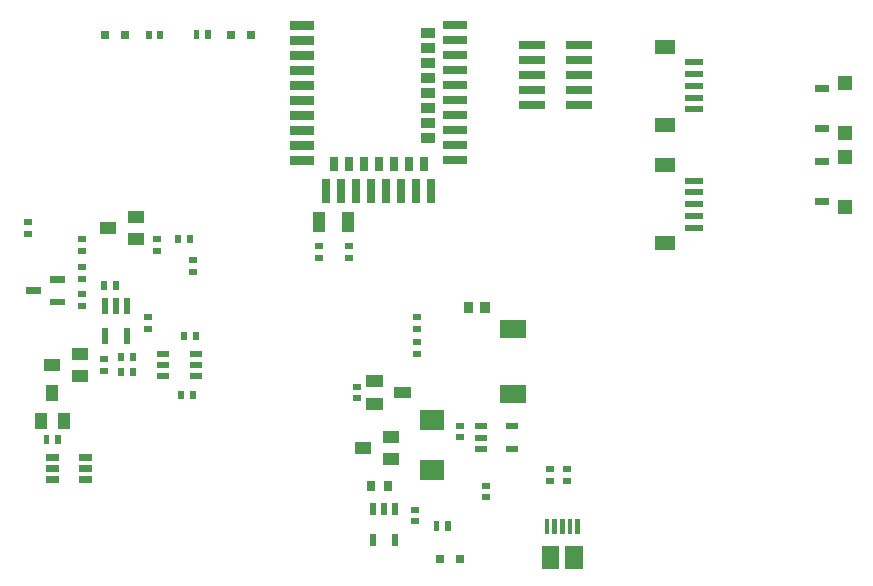
<source format=gtp>
G04 Layer: TopPasteMaskLayer*
G04 EasyEDA v6.4.19.5, 2021-05-22T15:38:53+02:00*
G04 3629cfa7d52e4947b918c6b19203bcd8,b771c775d4444e86a06a5321f8c966cb,10*
G04 Gerber Generator version 0.2*
G04 Scale: 100 percent, Rotated: No, Reflected: No *
G04 Dimensions in inches *
G04 leading zeros omitted , absolute positions ,3 integer and 6 decimal *
%FSLAX36Y36*%
%MOIN*%

%ADD21R,0.0610X0.0236*%
%ADD23R,0.0512X0.0472*%
%ADD24R,0.0315X0.0315*%
%ADD25R,0.0551X0.0394*%
%ADD26R,0.0394X0.0551*%
%ADD27R,0.0217X0.0394*%
%ADD28R,0.0394X0.0217*%
%ADD31R,0.0906X0.0295*%
%ADD32R,0.0315X0.0197*%
%ADD33R,0.0394X0.0709*%
%ADD34R,0.0787X0.0709*%
%ADD35R,0.0866X0.0591*%
%ADD36R,0.0220X0.0520*%
%ADD37R,0.0197X0.0315*%
%ADD38R,0.0709X0.0472*%
%ADD39R,0.0433X0.0236*%
%ADD40R,0.0315X0.0354*%
%ADD41R,0.0315X0.0472*%
%ADD43R,0.0787X0.0315*%
%ADD44R,0.0315X0.0787*%

%LPD*%
D21*
G01*
X2629729Y-735630D03*
G36*
X3031992Y-621260D02*
G01*
X3079236Y-621260D01*
X3079236Y-644881D01*
X3031992Y-644881D01*
G37*
G36*
X3031992Y-755118D02*
G01*
X3079236Y-755118D01*
X3079236Y-778739D01*
X3031992Y-778739D01*
G37*
D23*
G01*
X3132380Y-617319D03*
G01*
X3132380Y-782680D03*
G36*
X3031992Y-376260D02*
G01*
X3079236Y-376260D01*
X3079236Y-399881D01*
X3031992Y-399881D01*
G37*
G36*
X3031992Y-510118D02*
G01*
X3079236Y-510118D01*
X3079236Y-533739D01*
X3031992Y-533739D01*
G37*
G01*
X3132380Y-372319D03*
G01*
X3132380Y-537680D03*
D24*
G01*
X1848500Y-1957750D03*
G01*
X1781499Y-1957750D03*
G01*
X1153500Y-210000D03*
G01*
X1086499Y-210000D03*
G01*
X666500Y-210000D03*
G01*
X733499Y-210000D03*
D25*
G01*
X1619239Y-1550349D03*
G01*
X1524750Y-1587750D03*
G01*
X1619239Y-1625149D03*
G36*
X1535196Y-1420471D02*
G01*
X1590315Y-1420471D01*
X1590315Y-1459841D01*
X1535196Y-1459841D01*
G37*
G36*
X1629687Y-1383072D02*
G01*
X1684804Y-1383072D01*
X1684804Y-1422441D01*
X1629687Y-1422441D01*
G37*
G36*
X1535196Y-1345671D02*
G01*
X1590315Y-1345671D01*
X1590315Y-1385041D01*
X1535196Y-1385041D01*
G37*
G01*
X769600Y-817600D03*
G01*
X675109Y-855000D03*
G01*
X769600Y-892399D03*
D26*
G01*
X527399Y-1497240D03*
G01*
X490000Y-1402750D03*
G01*
X452600Y-1497240D03*
D25*
G01*
X582240Y-1272600D03*
G01*
X487750Y-1310000D03*
G01*
X582240Y-1347399D03*
D27*
G01*
X1632399Y-1893939D03*
G01*
X1557600Y-1893939D03*
G01*
X1557600Y-1791570D03*
G01*
X1595000Y-1791570D03*
G01*
X1632399Y-1791570D03*
D28*
G01*
X2021180Y-1515360D03*
G01*
X2021180Y-1590160D03*
G01*
X1918819Y-1590160D03*
G01*
X1918819Y-1552750D03*
G01*
X1918819Y-1515360D03*
G36*
X2121100Y-1915344D02*
G01*
X2180156Y-1915344D01*
X2180156Y-1990147D01*
X2121100Y-1990147D01*
G37*
G36*
X2233299Y-1824400D02*
G01*
X2249099Y-1824400D01*
X2249099Y-1875599D01*
X2233299Y-1875599D01*
G37*
G36*
X2207700Y-1824400D02*
G01*
X2223500Y-1824400D01*
X2223500Y-1875599D01*
X2207700Y-1875599D01*
G37*
G36*
X2182129Y-1824409D02*
G01*
X2197870Y-1824409D01*
X2197870Y-1875590D01*
X2182129Y-1875590D01*
G37*
G36*
X2156499Y-1824400D02*
G01*
X2172299Y-1824400D01*
X2172299Y-1875599D01*
X2156499Y-1875599D01*
G37*
G36*
X2131000Y-1824400D02*
G01*
X2146700Y-1824400D01*
X2146700Y-1875599D01*
X2131000Y-1875599D01*
G37*
G36*
X2199843Y-1915353D02*
G01*
X2258897Y-1915353D01*
X2258897Y-1990156D01*
X2199843Y-1990156D01*
G37*
D31*
G01*
X2245039Y-445000D03*
G01*
X2087579Y-445000D03*
G01*
X2245039Y-395000D03*
G01*
X2087579Y-395000D03*
G01*
X2245039Y-345000D03*
G01*
X2087579Y-345000D03*
G01*
X2245039Y-295000D03*
G01*
X2087579Y-295000D03*
G01*
X2245039Y-245000D03*
G01*
X2087579Y-245000D03*
D32*
G01*
X2205000Y-1658069D03*
G01*
X2205000Y-1697440D03*
G01*
X2150000Y-1658069D03*
G01*
X2150000Y-1697440D03*
D33*
G01*
X1377790Y-835000D03*
G01*
X1476210Y-835000D03*
D32*
G01*
X1935000Y-1713069D03*
G01*
X1935000Y-1752440D03*
G01*
X1705000Y-1150309D03*
G01*
X1705000Y-1189679D03*
G01*
X1705000Y-1235309D03*
G01*
X1705000Y-1274679D03*
G01*
X1505209Y-1422440D03*
G01*
X1505209Y-1383069D03*
D34*
G01*
X1755000Y-1660439D03*
G01*
X1755000Y-1495070D03*
D32*
G01*
X1850000Y-1552440D03*
G01*
X1850000Y-1513069D03*
D35*
G01*
X2025000Y-1408270D03*
G01*
X2025000Y-1191729D03*
D32*
G01*
X1700000Y-1832440D03*
G01*
X1700000Y-1793069D03*
G01*
X1476999Y-954679D03*
G01*
X1476999Y-915309D03*
G01*
X1376999Y-954679D03*
G01*
X1376999Y-915309D03*
D36*
G01*
X738760Y-1113499D03*
G01*
X701359Y-1113499D03*
G01*
X663960Y-1113499D03*
G01*
X663960Y-1215500D03*
G01*
X738760Y-1215500D03*
D32*
G01*
X587359Y-929690D03*
G01*
X587359Y-890320D03*
G01*
X587359Y-1024690D03*
G01*
X587359Y-985320D03*
G01*
X587359Y-1114690D03*
G01*
X587359Y-1075320D03*
G36*
X481359Y-1111399D02*
G01*
X481359Y-1089400D01*
X532359Y-1089400D01*
X532359Y-1111399D01*
G37*
G36*
X481359Y-1036599D02*
G01*
X481359Y-1014600D01*
X532359Y-1014600D01*
X532359Y-1036599D01*
G37*
G36*
X400359Y-1074000D02*
G01*
X400359Y-1051999D01*
X451359Y-1051999D01*
X451359Y-1074000D01*
G37*
D37*
G01*
X717669Y-1285000D03*
G01*
X757040Y-1285000D03*
G01*
X957039Y-1410000D03*
G01*
X917669Y-1410000D03*
D32*
G01*
X410000Y-835309D03*
G01*
X410000Y-874679D03*
G36*
X499843Y-1544252D02*
G01*
X519528Y-1544252D01*
X519528Y-1575747D01*
X499843Y-1575747D01*
G37*
G36*
X460473Y-1544252D02*
G01*
X480158Y-1544252D01*
X480158Y-1575747D01*
X460473Y-1575747D01*
G37*
G01*
X837359Y-890309D03*
G01*
X837359Y-929679D03*
G01*
X662359Y-1329690D03*
G01*
X662359Y-1290320D03*
D37*
G01*
X927669Y-1215000D03*
G01*
X967039Y-1215000D03*
D32*
G01*
X807359Y-1150320D03*
G01*
X807359Y-1189690D03*
G36*
X999843Y-194252D02*
G01*
X1019528Y-194252D01*
X1019528Y-225747D01*
X999843Y-225747D01*
G37*
G36*
X960473Y-194252D02*
G01*
X980158Y-194252D01*
X980158Y-225747D01*
X960473Y-225747D01*
G37*
D37*
G01*
X810309Y-210000D03*
G01*
X849679Y-210000D03*
D32*
G01*
X957359Y-999690D03*
G01*
X957359Y-960320D03*
D37*
G01*
X717669Y-1335000D03*
G01*
X757040Y-1335000D03*
G01*
X907669Y-890000D03*
G01*
X947039Y-890000D03*
D38*
G01*
X2530320Y-250079D03*
G01*
X2530320Y-509920D03*
D21*
G01*
X2629729Y-458739D03*
G01*
X2629729Y-419369D03*
G01*
X2629729Y-380000D03*
G01*
X2629729Y-340630D03*
G01*
X2629729Y-301260D03*
G36*
X652836Y-1029254D02*
G01*
X672521Y-1029254D01*
X672521Y-1060751D01*
X652836Y-1060751D01*
G37*
G36*
X692206Y-1029254D02*
G01*
X711891Y-1029254D01*
X711891Y-1060751D01*
X692206Y-1060751D01*
G37*
D39*
G01*
X967479Y-1346999D03*
G01*
X967479Y-1310000D03*
G01*
X967479Y-1273000D03*
G01*
X857240Y-1273000D03*
G01*
X857240Y-1310000D03*
G01*
X857240Y-1346999D03*
G36*
X468227Y-1606188D02*
G01*
X511534Y-1606188D01*
X511534Y-1629810D01*
X468227Y-1629810D01*
G37*
G36*
X468227Y-1643189D02*
G01*
X511534Y-1643189D01*
X511534Y-1666810D01*
X468227Y-1666810D01*
G37*
G36*
X468227Y-1680189D02*
G01*
X511534Y-1680189D01*
X511534Y-1703811D01*
X468227Y-1703811D01*
G37*
G36*
X578465Y-1680189D02*
G01*
X621772Y-1680189D01*
X621772Y-1703811D01*
X578465Y-1703811D01*
G37*
G36*
X578465Y-1643189D02*
G01*
X621772Y-1643189D01*
X621772Y-1666810D01*
X578465Y-1666810D01*
G37*
G36*
X578465Y-1606188D02*
G01*
X621772Y-1606188D01*
X621772Y-1629810D01*
X578465Y-1629810D01*
G37*
G36*
X1799843Y-1832006D02*
G01*
X1819528Y-1832006D01*
X1819528Y-1863503D01*
X1799843Y-1863503D01*
G37*
G36*
X1760473Y-1832006D02*
G01*
X1780158Y-1832006D01*
X1780158Y-1863503D01*
X1760473Y-1863503D01*
G37*
D40*
G01*
X1607560Y-1712750D03*
G01*
X1552439Y-1712750D03*
G36*
X1861692Y-1102283D02*
G01*
X1893189Y-1102283D01*
X1893189Y-1137716D01*
X1861692Y-1137716D01*
G37*
G36*
X1916810Y-1102283D02*
G01*
X1948307Y-1102283D01*
X1948307Y-1137716D01*
X1916810Y-1137716D01*
G37*
D41*
G01*
X1677020Y-640630D03*
G01*
X1627020Y-640630D03*
G01*
X1577020Y-640630D03*
G01*
X1527020Y-640630D03*
G01*
X1477020Y-640630D03*
G01*
X1427020Y-640630D03*
G01*
X1727010Y-640630D03*
G36*
X1718734Y-438069D02*
G01*
X1765974Y-438069D01*
X1765974Y-469570D01*
X1718734Y-469570D01*
G37*
G36*
X1718734Y-388069D02*
G01*
X1765974Y-388069D01*
X1765974Y-419570D01*
X1718734Y-419570D01*
G37*
G36*
X1718734Y-338069D02*
G01*
X1765974Y-338069D01*
X1765974Y-369570D01*
X1718734Y-369570D01*
G37*
G36*
X1718734Y-288069D02*
G01*
X1765974Y-288069D01*
X1765974Y-319570D01*
X1718734Y-319570D01*
G37*
G36*
X1718734Y-238069D02*
G01*
X1765974Y-238069D01*
X1765974Y-269570D01*
X1718734Y-269570D01*
G37*
G36*
X1718734Y-188069D02*
G01*
X1765974Y-188069D01*
X1765974Y-219569D01*
X1718734Y-219569D01*
G37*
G36*
X1718734Y-488069D02*
G01*
X1765974Y-488069D01*
X1765974Y-519570D01*
X1718734Y-519570D01*
G37*
G36*
X1718734Y-538069D02*
G01*
X1765974Y-538069D01*
X1765974Y-569570D01*
X1718734Y-569570D01*
G37*
G36*
X1281715Y-563069D02*
G01*
X1360455Y-563069D01*
X1360455Y-594569D01*
X1281715Y-594569D01*
G37*
G36*
X1281724Y-613069D02*
G01*
X1360465Y-613069D01*
X1360465Y-644570D01*
X1281724Y-644570D01*
G37*
G36*
X1281724Y-513069D02*
G01*
X1360465Y-513069D01*
X1360465Y-544570D01*
X1281724Y-544570D01*
G37*
G36*
X1281724Y-463069D02*
G01*
X1360465Y-463069D01*
X1360465Y-494570D01*
X1281724Y-494570D01*
G37*
G36*
X1281724Y-413069D02*
G01*
X1360465Y-413069D01*
X1360465Y-444570D01*
X1281724Y-444570D01*
G37*
G36*
X1281724Y-363069D02*
G01*
X1360465Y-363069D01*
X1360465Y-394570D01*
X1281724Y-394570D01*
G37*
G36*
X1281724Y-313069D02*
G01*
X1360465Y-313069D01*
X1360465Y-344570D01*
X1281724Y-344570D01*
G37*
G36*
X1281724Y-263069D02*
G01*
X1360465Y-263069D01*
X1360465Y-294570D01*
X1281724Y-294570D01*
G37*
G36*
X1281724Y-213069D02*
G01*
X1360465Y-213069D01*
X1360465Y-244570D01*
X1281724Y-244570D01*
G37*
G36*
X1281724Y-163069D02*
G01*
X1360465Y-163069D01*
X1360465Y-194570D01*
X1281724Y-194570D01*
G37*
D43*
G01*
X1832920Y-228820D03*
G01*
X1832910Y-178820D03*
G01*
X1832910Y-278820D03*
G01*
X1832910Y-328820D03*
G01*
X1832910Y-378820D03*
G01*
X1832910Y-428820D03*
G01*
X1832910Y-478820D03*
G01*
X1832910Y-528820D03*
G01*
X1832910Y-578820D03*
G01*
X1832910Y-628820D03*
D44*
G01*
X1402010Y-731179D03*
G01*
X1452010Y-731179D03*
G01*
X1502010Y-731179D03*
G01*
X1552010Y-731179D03*
G01*
X1602010Y-731179D03*
G01*
X1652010Y-731179D03*
G01*
X1702010Y-731179D03*
G01*
X1752010Y-731179D03*
D38*
G01*
X2530320Y-645079D03*
G01*
X2530320Y-904920D03*
D21*
G01*
X2629729Y-853739D03*
G01*
X2629729Y-814369D03*
G01*
X2629729Y-775000D03*
G01*
X2629729Y-735630D03*
G01*
X2629729Y-696260D03*
M02*

</source>
